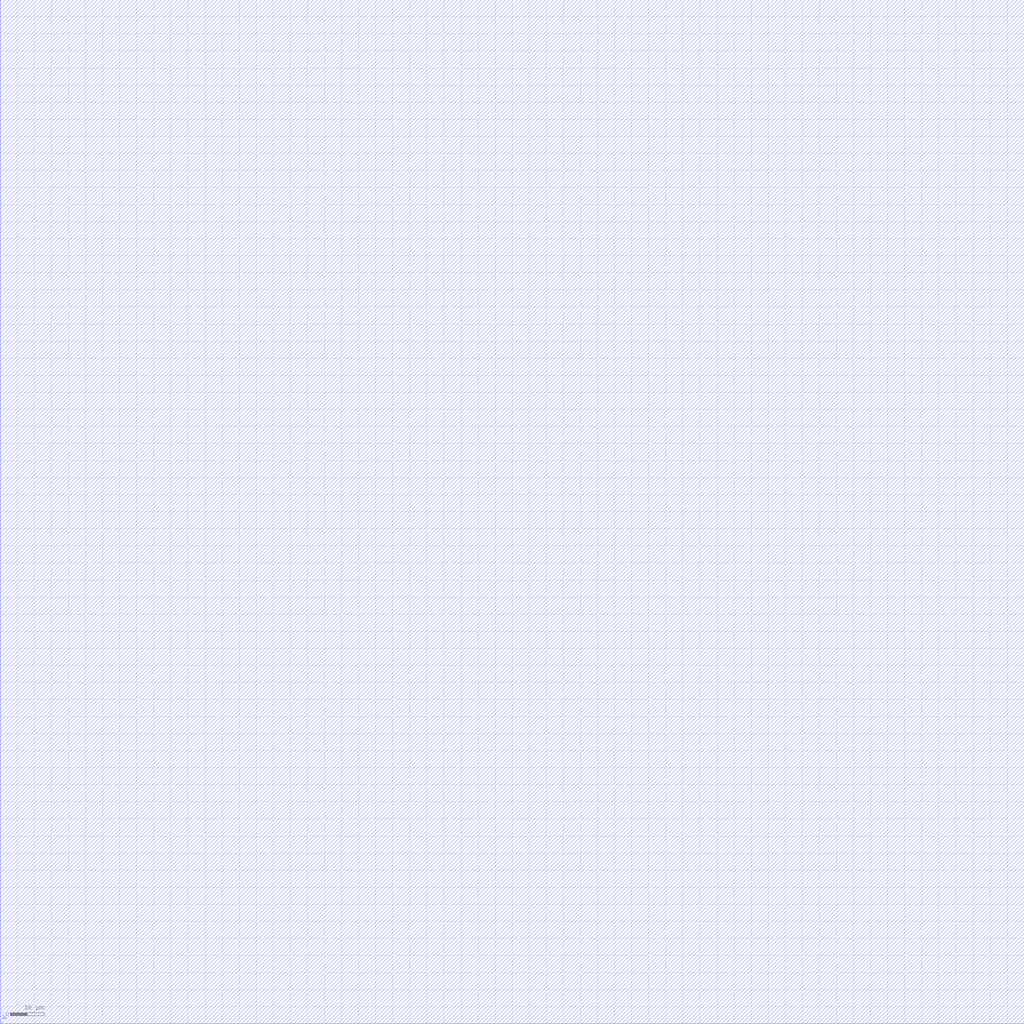
<source format=lef>
VERSION 5.7 ;
BUSBITCHARS "[]" ;
DIVIDERCHAR "/" ;

UNITS
  DATABASE MICRONS 2000 ;
END UNITS

MANUFACTURINGGRID 0.0025 ;

LAYER poly
  TYPE MASTERSLICE ;
END poly

LAYER contact
  TYPE CUT ;
  SPACING 0.075 ;
  PROPERTY contactResistance 10.5 ;
END contact

LAYER metal1
  TYPE ROUTING ;
  DIRECTION HORIZONTAL ;
  PITCH 0.19 ;
  WIDTH 0.065 ;
  SPACING 0.065 ;
  RESISTANCE RPERSQ 0.38 ;
END metal1

SITE CoreSite
  CLASS CORE ;
  SIZE 0.38 BY 1.71 ;
END CoreSite

MACRO dummy
    CLASS CORE ;
    FOREIGN dummy 0.000 0.000 ;
    ORIGIN 0.000 0.000 ;
    SIZE 15.00 BY 3.00 ;
    SYMMETRY X Y ;
    SITE CoreSite ;
    PIN o
        DIRECTION OUTPUT ;
        PORT
        LAYER metal1 ;
        RECT 0.695 0.150 0.825 1.255 ;
        RECT 0.625 0.150 0.885 0.28 ;
        END
    END o
    PIN a
        DIRECTION INPUT ;
        PORT
        LAYER metal1 ;
        RECT 0.315 0.340 0.51 0.405 ;
        END
    END a
END dummy

MACRO typeA
    CLASS CORE ;
    FOREIGN typeA 0.000 0.000 ;
    ORIGIN 0.000 0.000 ;
    SIZE 300.00 BY 300.00 ;
    SYMMETRY X Y ;
    SITE CoreSite ;
    PIN o
        DIRECTION OUTPUT ;
        PORT
        LAYER metal1 ;
        RECT 1.40 1.40 1.6 1.6 ;
        END
    END o
    PIN a
        DIRECTION INPUT ;
        PORT
        LAYER metal1 ;
        RECT 0.315 0.340 0.51 0.405 ;
        END
    END a
END typeA

MACRO typeB
    CLASS CORE ;
    FOREIGN typeB 0.000 0.000 ;
    ORIGIN 0.000 0.000 ;
    SIZE 3.00 BY 6.00 ;
    SYMMETRY X Y ;
    SITE CoreSite ;
    PIN o
        DIRECTION OUTPUT ;
        PORT
        LAYER metal1 ;
        RECT 0.695 0.150 0.825 1.255 ;
        RECT 0.625 0.150 0.885 0.28 ;
        END
    END o
    PIN a
        DIRECTION INPUT ;
        PORT
        LAYER metal1 ;
        RECT 0.315 0.340 0.51 0.405 ;
        END
    END a
END typeB


MACRO na02f80
    CLASS CORE ;
    FOREIGN na02f80 0.000 0.000 ;
    ORIGIN 0.000 0.000 ;
    SIZE 30.400 BY 1.71 ;
    SYMMETRY X Y ;
    SITE CoreSite ;
    PIN o
        DIRECTION OUTPUT ;
        PORT
        LAYER metal1 ;
        RECT 12.000 0.110 14.6 1.215 ;
        RECT 11.400 0.725 16.795 1.245 ;
        RECT 12.000 0.110 24.025 0.175 ;
        RECT 21.400 0.110 24.0 0.5 ;
        END
    END o
    PIN a
        DIRECTION INPUT ;
        PORT
        LAYER metal1 ;
        RECT 1.800 0.535 9.405 0.665 ;
        END
    END a
    PIN b
        DIRECTION INPUT ;
        PORT
        LAYER metal1 ;
        RECT 17.200 0.540 24.09 0.67 ;
        END
    END b
END na02f80

</source>
